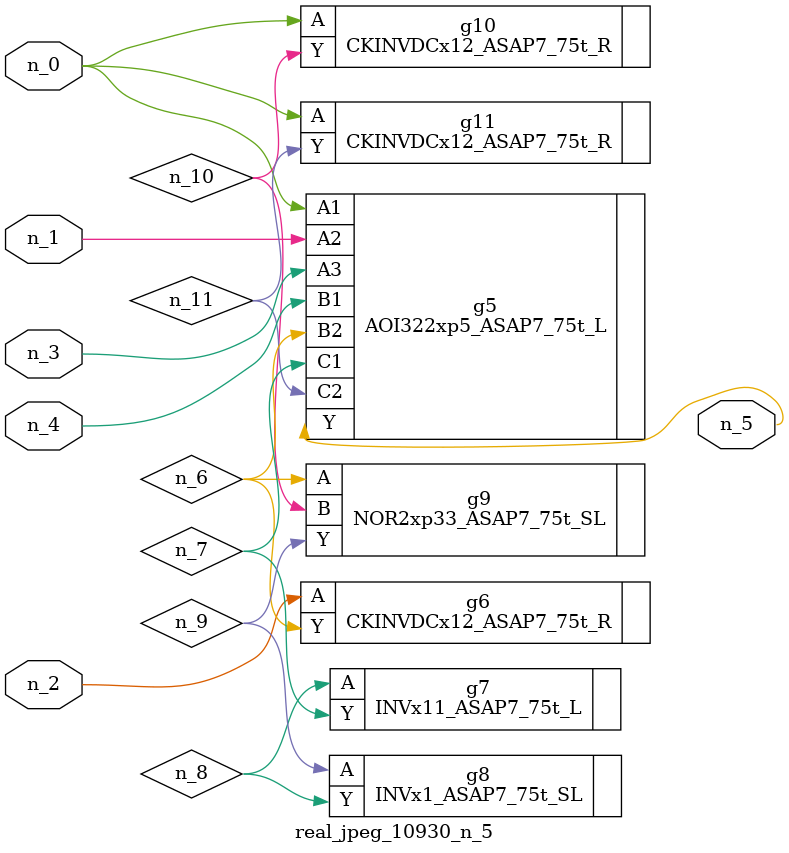
<source format=v>
module real_jpeg_10930_n_5 (n_4, n_0, n_1, n_2, n_3, n_5);

input n_4;
input n_0;
input n_1;
input n_2;
input n_3;

output n_5;

wire n_8;
wire n_11;
wire n_6;
wire n_7;
wire n_10;
wire n_9;

AOI322xp5_ASAP7_75t_L g5 ( 
.A1(n_0),
.A2(n_1),
.A3(n_3),
.B1(n_4),
.B2(n_6),
.C1(n_7),
.C2(n_11),
.Y(n_5)
);

CKINVDCx12_ASAP7_75t_R g10 ( 
.A(n_0),
.Y(n_10)
);

CKINVDCx12_ASAP7_75t_R g11 ( 
.A(n_0),
.Y(n_11)
);

CKINVDCx12_ASAP7_75t_R g6 ( 
.A(n_2),
.Y(n_6)
);

NOR2xp33_ASAP7_75t_SL g9 ( 
.A(n_6),
.B(n_10),
.Y(n_9)
);

INVx11_ASAP7_75t_L g7 ( 
.A(n_8),
.Y(n_7)
);

INVx1_ASAP7_75t_SL g8 ( 
.A(n_9),
.Y(n_8)
);


endmodule
</source>
